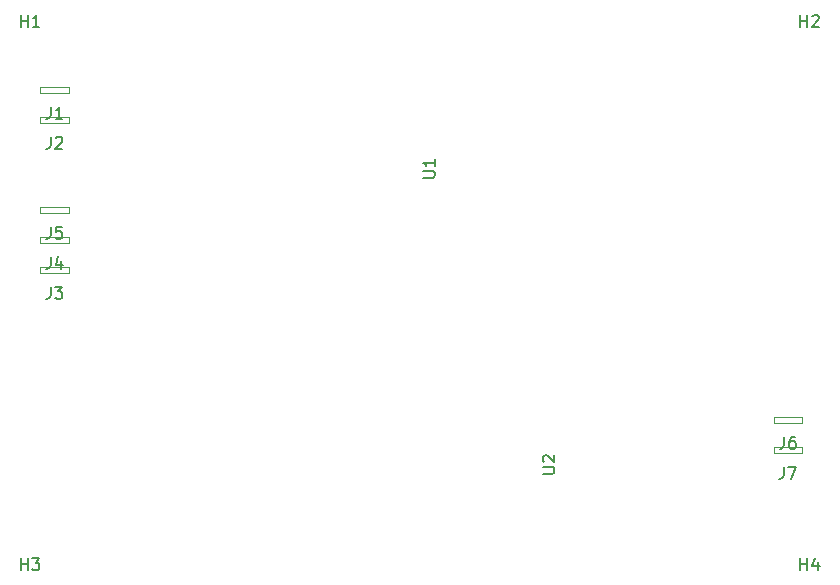
<source format=gbr>
%TF.GenerationSoftware,KiCad,Pcbnew,9.0.1*%
%TF.CreationDate,2025-08-21T23:06:16+03:00*%
%TF.ProjectId,Cronus,43726f6e-7573-42e6-9b69-6361645f7063,rev?*%
%TF.SameCoordinates,PX649cd60PY6c7aff0*%
%TF.FileFunction,AssemblyDrawing,Top*%
%FSLAX46Y46*%
G04 Gerber Fmt 4.6, Leading zero omitted, Abs format (unit mm)*
G04 Created by KiCad (PCBNEW 9.0.1) date 2025-08-21 23:06:16*
%MOMM*%
%LPD*%
G01*
G04 APERTURE LIST*
%ADD10C,0.150000*%
%ADD11C,0.120000*%
G04 APERTURE END LIST*
D10*
X2238095Y48545181D02*
X2238095Y49545181D01*
X2238095Y49068991D02*
X2809523Y49068991D01*
X2809523Y48545181D02*
X2809523Y49545181D01*
X3809523Y48545181D02*
X3238095Y48545181D01*
X3523809Y48545181D02*
X3523809Y49545181D01*
X3523809Y49545181D02*
X3428571Y49402324D01*
X3428571Y49402324D02*
X3333333Y49307086D01*
X3333333Y49307086D02*
X3238095Y49259467D01*
X4746666Y26535181D02*
X4746666Y25820896D01*
X4746666Y25820896D02*
X4699047Y25678039D01*
X4699047Y25678039D02*
X4603809Y25582800D01*
X4603809Y25582800D02*
X4460952Y25535181D01*
X4460952Y25535181D02*
X4365714Y25535181D01*
X5127619Y26535181D02*
X5746666Y26535181D01*
X5746666Y26535181D02*
X5413333Y26154229D01*
X5413333Y26154229D02*
X5556190Y26154229D01*
X5556190Y26154229D02*
X5651428Y26106610D01*
X5651428Y26106610D02*
X5699047Y26058991D01*
X5699047Y26058991D02*
X5746666Y25963753D01*
X5746666Y25963753D02*
X5746666Y25725658D01*
X5746666Y25725658D02*
X5699047Y25630420D01*
X5699047Y25630420D02*
X5651428Y25582800D01*
X5651428Y25582800D02*
X5556190Y25535181D01*
X5556190Y25535181D02*
X5270476Y25535181D01*
X5270476Y25535181D02*
X5175238Y25582800D01*
X5175238Y25582800D02*
X5127619Y25630420D01*
X2238095Y2545181D02*
X2238095Y3545181D01*
X2238095Y3068991D02*
X2809523Y3068991D01*
X2809523Y2545181D02*
X2809523Y3545181D01*
X3190476Y3545181D02*
X3809523Y3545181D01*
X3809523Y3545181D02*
X3476190Y3164229D01*
X3476190Y3164229D02*
X3619047Y3164229D01*
X3619047Y3164229D02*
X3714285Y3116610D01*
X3714285Y3116610D02*
X3761904Y3068991D01*
X3761904Y3068991D02*
X3809523Y2973753D01*
X3809523Y2973753D02*
X3809523Y2735658D01*
X3809523Y2735658D02*
X3761904Y2640420D01*
X3761904Y2640420D02*
X3714285Y2592800D01*
X3714285Y2592800D02*
X3619047Y2545181D01*
X3619047Y2545181D02*
X3333333Y2545181D01*
X3333333Y2545181D02*
X3238095Y2592800D01*
X3238095Y2592800D02*
X3190476Y2640420D01*
X36284819Y35774096D02*
X37094342Y35774096D01*
X37094342Y35774096D02*
X37189580Y35821715D01*
X37189580Y35821715D02*
X37237200Y35869334D01*
X37237200Y35869334D02*
X37284819Y35964572D01*
X37284819Y35964572D02*
X37284819Y36155048D01*
X37284819Y36155048D02*
X37237200Y36250286D01*
X37237200Y36250286D02*
X37189580Y36297905D01*
X37189580Y36297905D02*
X37094342Y36345524D01*
X37094342Y36345524D02*
X36284819Y36345524D01*
X37284819Y37345524D02*
X37284819Y36774096D01*
X37284819Y37059810D02*
X36284819Y37059810D01*
X36284819Y37059810D02*
X36427676Y36964572D01*
X36427676Y36964572D02*
X36522914Y36869334D01*
X36522914Y36869334D02*
X36570533Y36774096D01*
X66833666Y11295181D02*
X66833666Y10580896D01*
X66833666Y10580896D02*
X66786047Y10438039D01*
X66786047Y10438039D02*
X66690809Y10342800D01*
X66690809Y10342800D02*
X66547952Y10295181D01*
X66547952Y10295181D02*
X66452714Y10295181D01*
X67214619Y11295181D02*
X67881285Y11295181D01*
X67881285Y11295181D02*
X67452714Y10295181D01*
X46404819Y10718096D02*
X47214342Y10718096D01*
X47214342Y10718096D02*
X47309580Y10765715D01*
X47309580Y10765715D02*
X47357200Y10813334D01*
X47357200Y10813334D02*
X47404819Y10908572D01*
X47404819Y10908572D02*
X47404819Y11099048D01*
X47404819Y11099048D02*
X47357200Y11194286D01*
X47357200Y11194286D02*
X47309580Y11241905D01*
X47309580Y11241905D02*
X47214342Y11289524D01*
X47214342Y11289524D02*
X46404819Y11289524D01*
X46500057Y11718096D02*
X46452438Y11765715D01*
X46452438Y11765715D02*
X46404819Y11860953D01*
X46404819Y11860953D02*
X46404819Y12099048D01*
X46404819Y12099048D02*
X46452438Y12194286D01*
X46452438Y12194286D02*
X46500057Y12241905D01*
X46500057Y12241905D02*
X46595295Y12289524D01*
X46595295Y12289524D02*
X46690533Y12289524D01*
X46690533Y12289524D02*
X46833390Y12241905D01*
X46833390Y12241905D02*
X47404819Y11670477D01*
X47404819Y11670477D02*
X47404819Y12289524D01*
X68238095Y2545181D02*
X68238095Y3545181D01*
X68238095Y3068991D02*
X68809523Y3068991D01*
X68809523Y2545181D02*
X68809523Y3545181D01*
X69714285Y3211848D02*
X69714285Y2545181D01*
X69476190Y3592800D02*
X69238095Y2878515D01*
X69238095Y2878515D02*
X69857142Y2878515D01*
X66849666Y13835181D02*
X66849666Y13120896D01*
X66849666Y13120896D02*
X66802047Y12978039D01*
X66802047Y12978039D02*
X66706809Y12882800D01*
X66706809Y12882800D02*
X66563952Y12835181D01*
X66563952Y12835181D02*
X66468714Y12835181D01*
X67754428Y13835181D02*
X67563952Y13835181D01*
X67563952Y13835181D02*
X67468714Y13787562D01*
X67468714Y13787562D02*
X67421095Y13739943D01*
X67421095Y13739943D02*
X67325857Y13597086D01*
X67325857Y13597086D02*
X67278238Y13406610D01*
X67278238Y13406610D02*
X67278238Y13025658D01*
X67278238Y13025658D02*
X67325857Y12930420D01*
X67325857Y12930420D02*
X67373476Y12882800D01*
X67373476Y12882800D02*
X67468714Y12835181D01*
X67468714Y12835181D02*
X67659190Y12835181D01*
X67659190Y12835181D02*
X67754428Y12882800D01*
X67754428Y12882800D02*
X67802047Y12930420D01*
X67802047Y12930420D02*
X67849666Y13025658D01*
X67849666Y13025658D02*
X67849666Y13263753D01*
X67849666Y13263753D02*
X67802047Y13358991D01*
X67802047Y13358991D02*
X67754428Y13406610D01*
X67754428Y13406610D02*
X67659190Y13454229D01*
X67659190Y13454229D02*
X67468714Y13454229D01*
X67468714Y13454229D02*
X67373476Y13406610D01*
X67373476Y13406610D02*
X67325857Y13358991D01*
X67325857Y13358991D02*
X67278238Y13263753D01*
X4746666Y41775181D02*
X4746666Y41060896D01*
X4746666Y41060896D02*
X4699047Y40918039D01*
X4699047Y40918039D02*
X4603809Y40822800D01*
X4603809Y40822800D02*
X4460952Y40775181D01*
X4460952Y40775181D02*
X4365714Y40775181D01*
X5746666Y40775181D02*
X5175238Y40775181D01*
X5460952Y40775181D02*
X5460952Y41775181D01*
X5460952Y41775181D02*
X5365714Y41632324D01*
X5365714Y41632324D02*
X5270476Y41537086D01*
X5270476Y41537086D02*
X5175238Y41489467D01*
X4746666Y39235181D02*
X4746666Y38520896D01*
X4746666Y38520896D02*
X4699047Y38378039D01*
X4699047Y38378039D02*
X4603809Y38282800D01*
X4603809Y38282800D02*
X4460952Y38235181D01*
X4460952Y38235181D02*
X4365714Y38235181D01*
X5175238Y39139943D02*
X5222857Y39187562D01*
X5222857Y39187562D02*
X5318095Y39235181D01*
X5318095Y39235181D02*
X5556190Y39235181D01*
X5556190Y39235181D02*
X5651428Y39187562D01*
X5651428Y39187562D02*
X5699047Y39139943D01*
X5699047Y39139943D02*
X5746666Y39044705D01*
X5746666Y39044705D02*
X5746666Y38949467D01*
X5746666Y38949467D02*
X5699047Y38806610D01*
X5699047Y38806610D02*
X5127619Y38235181D01*
X5127619Y38235181D02*
X5746666Y38235181D01*
X4746666Y29075181D02*
X4746666Y28360896D01*
X4746666Y28360896D02*
X4699047Y28218039D01*
X4699047Y28218039D02*
X4603809Y28122800D01*
X4603809Y28122800D02*
X4460952Y28075181D01*
X4460952Y28075181D02*
X4365714Y28075181D01*
X5651428Y28741848D02*
X5651428Y28075181D01*
X5413333Y29122800D02*
X5175238Y28408515D01*
X5175238Y28408515D02*
X5794285Y28408515D01*
X4746666Y31615181D02*
X4746666Y30900896D01*
X4746666Y30900896D02*
X4699047Y30758039D01*
X4699047Y30758039D02*
X4603809Y30662800D01*
X4603809Y30662800D02*
X4460952Y30615181D01*
X4460952Y30615181D02*
X4365714Y30615181D01*
X5699047Y31615181D02*
X5222857Y31615181D01*
X5222857Y31615181D02*
X5175238Y31138991D01*
X5175238Y31138991D02*
X5222857Y31186610D01*
X5222857Y31186610D02*
X5318095Y31234229D01*
X5318095Y31234229D02*
X5556190Y31234229D01*
X5556190Y31234229D02*
X5651428Y31186610D01*
X5651428Y31186610D02*
X5699047Y31138991D01*
X5699047Y31138991D02*
X5746666Y31043753D01*
X5746666Y31043753D02*
X5746666Y30805658D01*
X5746666Y30805658D02*
X5699047Y30710420D01*
X5699047Y30710420D02*
X5651428Y30662800D01*
X5651428Y30662800D02*
X5556190Y30615181D01*
X5556190Y30615181D02*
X5318095Y30615181D01*
X5318095Y30615181D02*
X5222857Y30662800D01*
X5222857Y30662800D02*
X5175238Y30710420D01*
X68238095Y48545181D02*
X68238095Y49545181D01*
X68238095Y49068991D02*
X68809523Y49068991D01*
X68809523Y48545181D02*
X68809523Y49545181D01*
X69238095Y49449943D02*
X69285714Y49497562D01*
X69285714Y49497562D02*
X69380952Y49545181D01*
X69380952Y49545181D02*
X69619047Y49545181D01*
X69619047Y49545181D02*
X69714285Y49497562D01*
X69714285Y49497562D02*
X69761904Y49449943D01*
X69761904Y49449943D02*
X69809523Y49354705D01*
X69809523Y49354705D02*
X69809523Y49259467D01*
X69809523Y49259467D02*
X69761904Y49116610D01*
X69761904Y49116610D02*
X69190476Y48545181D01*
X69190476Y48545181D02*
X69809523Y48545181D01*
D11*
%TO.C,J3*%
X3880000Y28190000D02*
X3880000Y27690000D01*
X3880000Y27690000D02*
X6280000Y27690000D01*
X6280000Y28190000D02*
X3880000Y28190000D01*
X6280000Y27690000D02*
X6280000Y28190000D01*
%TO.C,J7*%
X65967000Y12950000D02*
X65967000Y12450000D01*
X65967000Y12450000D02*
X68367000Y12450000D01*
X68367000Y12950000D02*
X65967000Y12950000D01*
X68367000Y12450000D02*
X68367000Y12950000D01*
%TO.C,J6*%
X65983000Y15490000D02*
X65983000Y14990000D01*
X65983000Y14990000D02*
X68383000Y14990000D01*
X68383000Y15490000D02*
X65983000Y15490000D01*
X68383000Y14990000D02*
X68383000Y15490000D01*
%TO.C,J1*%
X3880000Y43430000D02*
X3880000Y42930000D01*
X3880000Y42930000D02*
X6280000Y42930000D01*
X6280000Y43430000D02*
X3880000Y43430000D01*
X6280000Y42930000D02*
X6280000Y43430000D01*
%TO.C,J2*%
X3880000Y40890000D02*
X3880000Y40390000D01*
X3880000Y40390000D02*
X6280000Y40390000D01*
X6280000Y40890000D02*
X3880000Y40890000D01*
X6280000Y40390000D02*
X6280000Y40890000D01*
%TO.C,J4*%
X3880000Y30730000D02*
X3880000Y30230000D01*
X3880000Y30230000D02*
X6280000Y30230000D01*
X6280000Y30730000D02*
X3880000Y30730000D01*
X6280000Y30230000D02*
X6280000Y30730000D01*
%TO.C,J5*%
X3880000Y33270000D02*
X3880000Y32770000D01*
X3880000Y32770000D02*
X6280000Y32770000D01*
X6280000Y33270000D02*
X3880000Y33270000D01*
X6280000Y32770000D02*
X6280000Y33270000D01*
%TD*%
M02*

</source>
